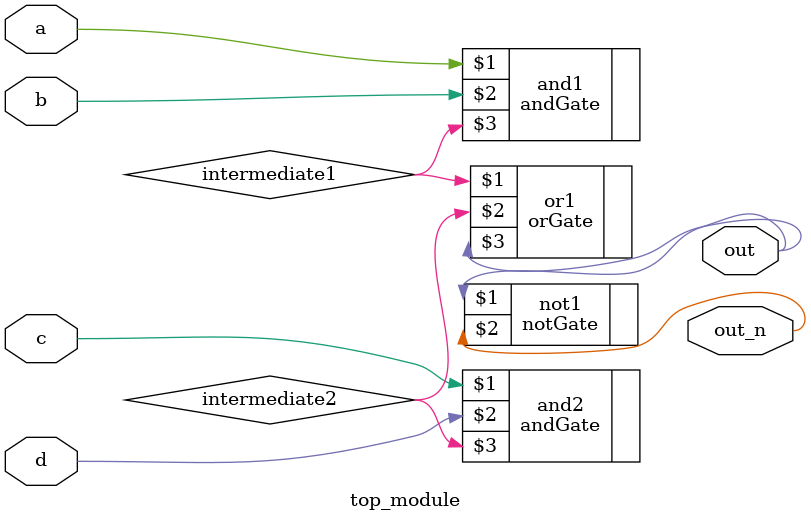
<source format=sv>
module top_module (
	input a,
	input b,
	input c,
	input d,
	output out,
	output out_n );

	wire intermediate1;
	wire intermediate2;
	
	andGate and1(a, b, intermediate1);
	andGate and2(c, d, intermediate2);
	orGate or1(intermediate1, intermediate2, out);
	notGate not1(out, out_n);
	
endmodule

</source>
